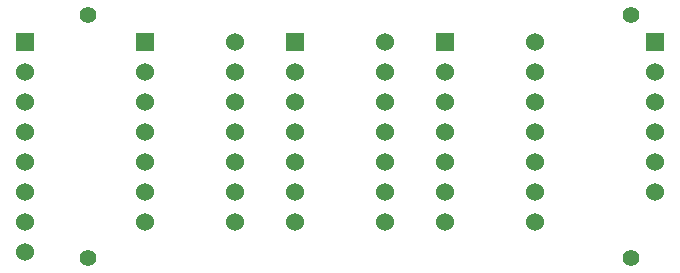
<source format=gbr>
G04 start of page 4 for group 2 idx 2 *
G04 Title: (unknown), signal2 *
G04 Creator: pcb 4.2.2 *
G04 CreationDate: Sun May  5 21:26:13 2024 UTC *
G04 For: steve *
G04 Format: Gerber/RS-274X *
G04 PCB-Dimensions (mil): 2500.00 1000.00 *
G04 PCB-Coordinate-Origin: lower left *
%MOIN*%
%FSLAX25Y25*%
%LNGROUP2*%
%ADD29C,0.0280*%
%ADD28C,0.0380*%
%ADD27C,0.0300*%
%ADD26C,0.0560*%
%ADD25C,0.0600*%
%ADD24C,0.0001*%
G54D24*G36*
X227000Y83000D02*Y77000D01*
X233000D01*
Y83000D01*
X227000D01*
G37*
G54D25*X230000Y70000D03*
Y60000D03*
Y50000D03*
Y40000D03*
Y30000D03*
X20000Y50000D03*
Y40000D03*
Y30000D03*
Y20000D03*
G54D24*G36*
X17000Y83000D02*Y77000D01*
X23000D01*
Y83000D01*
X17000D01*
G37*
G54D25*X20000Y70000D03*
Y60000D03*
Y10000D03*
G54D24*G36*
X57000Y83000D02*Y77000D01*
X63000D01*
Y83000D01*
X57000D01*
G37*
G54D25*X60000Y70000D03*
Y60000D03*
Y50000D03*
X90000D03*
Y60000D03*
Y70000D03*
Y80000D03*
G54D24*G36*
X107000Y83000D02*Y77000D01*
X113000D01*
Y83000D01*
X107000D01*
G37*
G54D25*X110000Y70000D03*
X60000Y40000D03*
X90000D03*
X140000D03*
Y50000D03*
X60000Y30000D03*
Y20000D03*
X90000D03*
Y30000D03*
X140000Y20000D03*
Y30000D03*
X110000Y50000D03*
Y40000D03*
Y30000D03*
Y20000D03*
X190000D03*
Y30000D03*
Y40000D03*
Y50000D03*
Y60000D03*
Y70000D03*
Y80000D03*
X110000Y60000D03*
X140000D03*
Y70000D03*
Y80000D03*
G54D24*G36*
X157000Y83000D02*Y77000D01*
X163000D01*
Y83000D01*
X157000D01*
G37*
G54D25*X160000Y70000D03*
Y60000D03*
Y50000D03*
Y40000D03*
Y30000D03*
Y20000D03*
G54D26*X41000Y89000D03*
Y8000D03*
X222000D03*
Y89000D03*
G54D27*G54D28*G54D29*M02*

</source>
